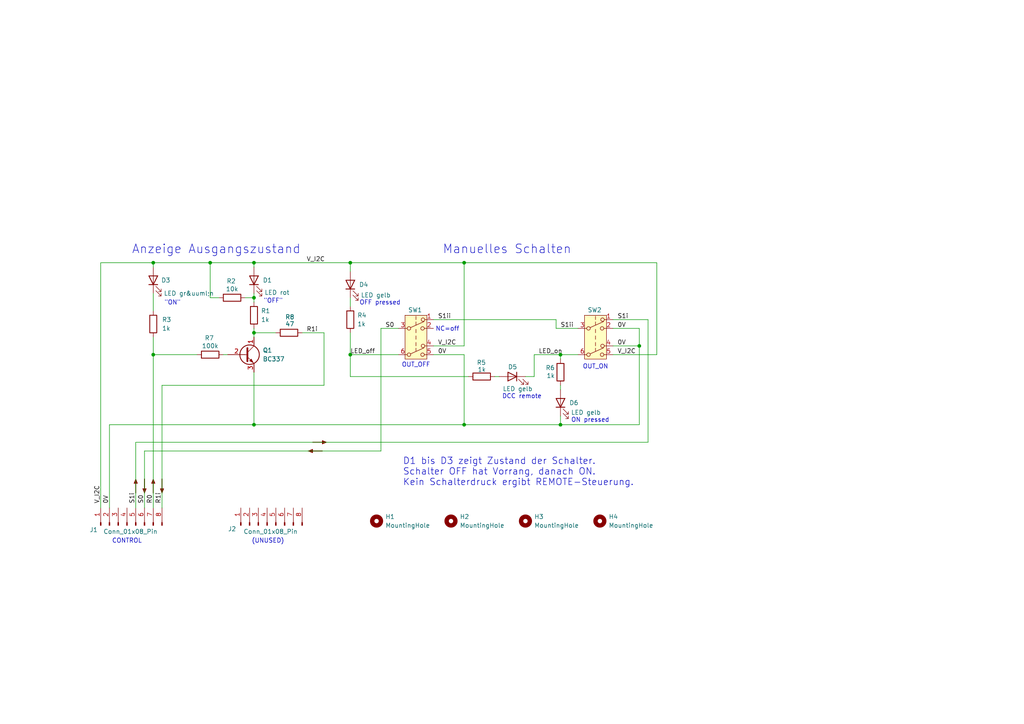
<source format=kicad_sch>
(kicad_sch (version 20231120) (generator "eeschema") (generator_version "8.0")
  (paper "A4")
  (title_block (date "2024-11-24"))
  (lib_symbols
    (symbol "Connector:Conn_01x08_Pin" (pin_names (offset 1.016) hide)
      (property "Reference" "J" (at 0 10.16 0))
      (property "Value" "Conn_01x08_Pin" (at 0 -12.7 0))
      (symbol "Conn_01x08_Pin_1_1"
        (polyline (pts (xy 1.27 -10.16) (xy 0.8636 -10.16)) (stroke (width 0.1524)))
        (polyline (pts (xy 1.27 -7.62) (xy 0.8636 -7.62)) (stroke (width 0.1524)))
        (polyline (pts (xy 1.27 -5.08) (xy 0.8636 -5.08)) (stroke (width 0.1524)))
        (polyline (pts (xy 1.27 -2.54) (xy 0.8636 -2.54)) (stroke (width 0.1524)))
        (polyline (pts (xy 1.27 0) (xy 0.8636 0)) (stroke (width 0.1524)))
        (polyline (pts (xy 1.27 2.54) (xy 0.8636 2.54)) (stroke (width 0.1524)))
        (polyline (pts (xy 1.27 5.08) (xy 0.8636 5.08)) (stroke (width 0.1524)))
        (polyline (pts (xy 1.27 7.62) (xy 0.8636 7.62)) (stroke (width 0.1524)))
        (rectangle (start 0.8636 -10.033) (end 0 -10.287) (stroke (width 0.1524)) (fill (type outline)))
        (rectangle (start 0.8636 -7.493) (end 0 -7.747) (stroke (width 0.1524)) (fill (type outline)))
        (rectangle (start 0.8636 -4.953) (end 0 -5.207) (stroke (width 0.1524)) (fill (type outline)))
        (rectangle (start 0.8636 -2.413) (end 0 -2.667) (stroke (width 0.1524)) (fill (type outline)))
        (rectangle (start 0.8636 0.127) (end 0 -0.127) (stroke (width 0.1524)) (fill (type outline)))
        (rectangle (start 0.8636 2.667) (end 0 2.413) (stroke (width 0.1524)) (fill (type outline)))
        (rectangle (start 0.8636 5.207) (end 0 4.953) (stroke (width 0.1524)) (fill (type outline)))
        (rectangle (start 0.8636 7.747) (end 0 7.493) (stroke (width 0.1524)) (fill (type outline)))
        (pin passive line (at 5.08 7.62 180) (length 3.81) (name "Pin_1") (number "1"))
        (pin passive line (at 5.08 5.08 180) (length 3.81) (name "Pin_2") (number "2"))
        (pin passive line (at 5.08 2.54 180) (length 3.81) (name "Pin_3") (number "3"))
        (pin passive line (at 5.08 0 180) (length 3.81) (name "Pin_4") (number "4"))
        (pin passive line (at 5.08 -2.54 180) (length 3.81) (name "Pin_5") (number "5"))
        (pin passive line (at 5.08 -5.08 180) (length 3.81) (name "Pin_6") (number "6"))
        (pin passive line (at 5.08 -7.62 180) (length 3.81) (name "Pin_7") (number "7"))
        (pin passive line (at 5.08 -10.16 180) (length 3.81) (name "Pin_8") (number "8"))
      )
    )
    (symbol "Device:LED" (pin_numbers hide) (pin_names (offset 1.016) hide)
      (property "Reference" "D" (at 0 2.54 0))
      (property "Value" "LED" (at 0 -2.54 0))
      (symbol "LED_0_1"
        (polyline (pts (xy -1.27 -1.27) (xy -1.27 1.27)) (stroke (width 0.254)))
        (polyline (pts (xy -1.27 0) (xy 1.27 0)))
        (polyline (pts (xy 1.27 -1.27) (xy 1.27 1.27) (xy -1.27 0) (xy 1.27 -1.27)) (stroke (width 0.254)))
        (polyline (pts (xy -3.048 -0.762) (xy -4.572 -2.286) (xy -3.81 -2.286) (xy -4.572 -2.286) (xy -4.572 -1.524)))
        (polyline (pts (xy -1.778 -0.762) (xy -3.302 -2.286) (xy -2.54 -2.286) (xy -3.302 -2.286) (xy -3.302 -1.524)))
      )
      (symbol "LED_1_1"
        (pin passive line (at -3.81 0 0) (length 2.54) (name "K") (number "1"))
        (pin passive line (at 3.81 0 180) (length 2.54) (name "A") (number "2"))
      )
    )
    (symbol "Device:R" (pin_numbers hide) (pin_names (offset 0))
      (property "Reference" "R" (at 2.032 0 90))
      (property "Value" "R" (at 0 0 90))
      (symbol "R_0_1"
        (rectangle (start -1.016 -2.54) (end 1.016 2.54) (stroke (width 0.254)))
      )
      (symbol "R_1_1"
        (pin passive line (at 0 3.81 270) (length 1.27) (name "~") (number "1"))
        (pin passive line (at 0 -3.81 90) (length 1.27) (name "~") (number "2"))
      )
    )
    (symbol "Graphic:SYM_Arrow_Small" (in_bom no) (on_board no)
      (symbol "SYM_Arrow_Small_0_1"
        (polyline (pts (xy 1.524 0) (xy -2.032 0)) (stroke (width 0.254)))
        (polyline (pts (xy 2.032 0) (xy 0.762 -0.508) (xy 0.762 0.508) (xy 2.032 0)) (fill (type outline)))
      )
    )
    (symbol "Transistor_BJT:BC337" (pin_names (offset 0) hide)
      (property "Reference" "Q" (at 5.08 1.905 0))
      (property "Value" "BC337" (at 5.08 0 0))
      (symbol "BC337_0_1"
        (polyline (pts (xy 0 0) (xy 0.635 0)))
        (polyline (pts (xy 0.635 0.635) (xy 2.54 2.54)))
        (polyline (pts (xy 0.635 -0.635) (xy 2.54 -2.54) (xy 2.54 -2.54)))
        (polyline (pts (xy 0.635 1.905) (xy 0.635 -1.905) (xy 0.635 -1.905)) (stroke (width 0.508)))
        (polyline (pts (xy 1.27 -1.778) (xy 1.778 -1.27) (xy 2.286 -2.286) (xy 1.27 -1.778) (xy 1.27 -1.778)) (fill (type outline)))
        (circle (center 1.27 0) (radius 2.8194) (stroke (width 0.254)))
      )
      (symbol "BC337_1_1"
        (pin passive line (at 2.54 5.08 270) (length 2.54) (name "C") (number "1"))
        (pin input line (at -5.08 0 0) (length 5.08) (name "B") (number "2"))
        (pin passive line (at 2.54 -5.08 90) (length 2.54) (name "E") (number "3"))
      )
    )
    (symbol "_kh_library:MountingHole" (pin_names (offset 1.016)) (exclude_from_sim yes) (in_bom no)
      (property "Reference" "H" (at 0 5.08 0))
      (property "Value" "MountingHole" (at 0 3.175 0))
      (symbol "MountingHole_0_1"
        (circle (center 0 0) (radius 1.27) (stroke (width 1.27)))
      )
    )
    (symbol "_kh_library:SW_Push_DPDT_8x8" (pin_names (offset 0) hide)
      (property "Reference" "SW" (at 0 10.16 0))
      (property "Value" "SW_Push_DPDT_8x8" (at -0.254 -5.08 0))
      (symbol "SW_Push_DPDT_8x8_0_0"
        (circle (center -2.032 -2.54) (radius 0.508))
        (circle (center -2.032 5.08) (radius 0.508))
        (circle (center 1.905 -2.54) (radius 0.508))
        (circle (center 1.905 5.08) (radius 0.508))
      )
      (symbol "SW_Push_DPDT_8x8_0_1"
        (polyline (pts (xy -1.524 -2.286) (xy 2.3368 -0.5588)))
        (polyline (pts (xy -1.524 5.334) (xy 2.3368 7.0612)))
        (polyline (pts (xy 0 -0.635) (xy 0 -1.524)))
        (polyline (pts (xy 0 0) (xy 0 1.016)))
        (polyline (pts (xy 0 1.905) (xy 0 2.921)))
        (polyline (pts (xy 0 6.985) (xy 0 6.096)))
        (circle (center 2.032 0) (radius 0.508))
        (circle (center 2.032 7.62) (radius 0.508))
      )
      (symbol "SW_Push_DPDT_8x8_1_1"
        (rectangle (start -3.175 8.89) (end 3.175 -3.81) (fill (type background)))
        (polyline (pts (xy 0 3.81) (xy 0 4.826)))
        (polyline (pts (xy 0 7.62) (xy 0 8.636)))
        (pin passive line (at 5.08 7.62 180) (length 2.54) (name "A") (number "1"))
        (pin passive line (at 5.08 5.08 180) (length 2.54) (name "B") (number "2"))
        (pin passive line (at -5.08 5.08 0) (length 2.54) (name "C") (number "3"))
        (pin passive line (at 5.08 0 180) (length 2.54) (name "A") (number "4"))
        (pin passive line (at 5.08 -2.54 180) (length 2.54) (name "B") (number "5"))
        (pin passive line (at -5.08 -2.54 0) (length 2.54) (name "C") (number "6"))
      )
    )
  )
  (junction (at 44.45 102.87))
  (junction (at 73.66 86.36))
  (junction (at 44.45 76.2))
  (junction (at 162.56 102.87))
  (junction (at 134.62 123.19))
  (junction (at 134.62 76.2))
  (junction (at 73.66 96.52))
  (junction (at 101.6 102.87))
  (junction (at 185.42 100.33))
  (junction (at 101.6 76.2))
  (junction (at 162.56 123.19))
  (junction (at 60.96 76.2))
  (junction (at 73.66 123.19))
  (junction (at 73.66 76.2))
  (wire (pts (xy 73.66 123.19) (xy 134.62 123.19)))
  (wire (pts (xy 125.73 102.87) (xy 134.62 102.87)))
  (wire (pts (xy 60.96 86.36) (xy 63.5 86.36)))
  (wire (pts (xy 162.56 120.65) (xy 162.56 123.19)))
  (wire (pts (xy 101.6 86.36) (xy 101.6 88.9)))
  (wire (pts (xy 190.5 102.87) (xy 190.5 76.2)))
  (wire (pts (xy 134.62 100.33) (xy 125.73 100.33)))
  (wire (pts (xy 110.49 130.81) (xy 41.91 130.81)))
  (wire (pts (xy 185.42 95.25) (xy 185.42 100.33)))
  (wire (pts (xy 152.4 109.22) (xy 154.94 109.22)))
  (wire (pts (xy 31.75 123.19) (xy 73.66 123.19)))
  (wire (pts (xy 154.94 109.22) (xy 154.94 102.87)))
  (wire (pts (xy 125.73 92.71) (xy 161.29 92.71)))
  (wire (pts (xy 190.5 76.2) (xy 134.62 76.2)))
  (wire (pts (xy 46.99 111.76) (xy 93.98 111.76)))
  (wire (pts (xy 60.96 76.2) (xy 73.66 76.2)))
  (wire (pts (xy 29.21 76.2) (xy 29.21 147.32)))
  (wire (pts (xy 161.29 95.25) (xy 167.64 95.25)))
  (wire (pts (xy 101.6 102.87) (xy 101.6 109.22)))
  (wire (pts (xy 143.51 109.22) (xy 144.78 109.22)))
  (wire (pts (xy 31.75 147.32) (xy 31.75 123.19)))
  (wire (pts (xy 73.66 96.52) (xy 80.01 96.52)))
  (wire (pts (xy 71.12 86.36) (xy 73.66 86.36)))
  (wire (pts (xy 41.91 130.81) (xy 41.91 147.32)))
  (wire (pts (xy 154.94 102.87) (xy 162.56 102.87)))
  (wire (pts (xy 73.66 76.2) (xy 101.6 76.2)))
  (wire (pts (xy 73.66 107.95) (xy 73.66 123.19)))
  (wire (pts (xy 110.49 130.81) (xy 110.49 95.25)))
  (wire (pts (xy 73.66 96.52) (xy 73.66 97.79)))
  (wire (pts (xy 110.49 95.25) (xy 115.57 95.25)))
  (wire (pts (xy 101.6 96.52) (xy 101.6 102.87)))
  (wire (pts (xy 101.6 76.2) (xy 101.6 78.74)))
  (wire (pts (xy 46.99 147.32) (xy 46.99 111.76)))
  (wire (pts (xy 162.56 111.76) (xy 162.56 113.03)))
  (wire (pts (xy 177.8 100.33) (xy 185.42 100.33)))
  (wire (pts (xy 44.45 85.09) (xy 44.45 90.17)))
  (wire (pts (xy 101.6 102.87) (xy 115.57 102.87)))
  (wire (pts (xy 134.62 76.2) (xy 134.62 100.33)))
  (wire (pts (xy 185.42 100.33) (xy 185.42 123.19)))
  (wire (pts (xy 185.42 123.19) (xy 162.56 123.19)))
  (wire (pts (xy 39.37 128.27) (xy 39.37 147.32)))
  (wire (pts (xy 187.96 92.71) (xy 187.96 128.27)))
  (wire (pts (xy 134.62 102.87) (xy 134.62 123.19)))
  (wire (pts (xy 101.6 76.2) (xy 134.62 76.2)))
  (wire (pts (xy 93.98 111.76) (xy 93.98 96.52)))
  (wire (pts (xy 177.8 95.25) (xy 185.42 95.25)))
  (wire (pts (xy 73.66 85.09) (xy 73.66 86.36)))
  (wire (pts (xy 64.77 102.87) (xy 66.04 102.87)))
  (wire (pts (xy 73.66 76.2) (xy 73.66 77.47)))
  (wire (pts (xy 177.8 102.87) (xy 190.5 102.87)))
  (wire (pts (xy 87.63 96.52) (xy 93.98 96.52)))
  (wire (pts (xy 44.45 76.2) (xy 44.45 77.47)))
  (wire (pts (xy 44.45 102.87) (xy 44.45 147.32)))
  (wire (pts (xy 167.64 102.87) (xy 162.56 102.87)))
  (wire (pts (xy 44.45 102.87) (xy 57.15 102.87)))
  (wire (pts (xy 44.45 76.2) (xy 29.21 76.2)))
  (wire (pts (xy 44.45 97.79) (xy 44.45 102.87)))
  (wire (pts (xy 73.66 95.25) (xy 73.66 96.52)))
  (wire (pts (xy 161.29 92.71) (xy 161.29 95.25)))
  (wire (pts (xy 177.8 92.71) (xy 187.96 92.71)))
  (wire (pts (xy 162.56 123.19) (xy 134.62 123.19)))
  (wire (pts (xy 73.66 86.36) (xy 73.66 87.63)))
  (wire (pts (xy 44.45 76.2) (xy 60.96 76.2)))
  (wire (pts (xy 39.37 128.27) (xy 187.96 128.27)))
  (wire (pts (xy 60.96 86.36) (xy 60.96 76.2)))
  (wire (pts (xy 162.56 104.14) (xy 162.56 102.87)))
  (wire (pts (xy 101.6 109.22) (xy 135.89 109.22)))
  (text "ON pressed" (at 171.196 121.92 0) (effects (font (size 1.27 1.27))))
  (text "(UNUSED)" (at 77.724 156.972 0) (effects (font (size 1.27 1.27))))
  (text "OUT_OFF" (at 120.65 105.918 0) (effects (font (size 1.27 1.27))))
  (text "D1 bis D3 zeigt Zustand der Schalter.\nSchalter OFF hat Vorrang, danach ON.\nKein Schalterdruck ergibt REMOTE-Steuerung." (at 116.84 136.906 0) (effects (font (size 1.905 1.905)) (justify left)))
  (text "Manuelles Schalten" (at 147.066 72.39 0) (effects (font (size 2.54 2.54))))
  (text "\"OFF\"" (at 79.248 87.376 0) (effects (font (size 1.27 1.27))))
  (text "CONTROL" (at 36.83 156.972 0) (effects (font (size 1.27 1.27))))
  (text "OUT_ON" (at 172.72 106.426 0) (effects (font (size 1.27 1.27))))
  (text "OFF pressed" (at 110.236 87.884 0) (effects (font (size 1.27 1.27))))
  (text "Anzeige Ausgangszustand" (at 62.738 72.39 0) (effects (font (size 2.54 2.54))))
  (text "\"ON\"" (at 50.038 87.884 0) (effects (font (size 1.27 1.27))))
  (text "DCC remote" (at 151.384 115.062 0) (effects (font (size 1.27 1.27))))
  (text "NC=off" (at 129.794 95.504 0) (effects (font (size 1.27 1.27))))
  (label "S1ii" (at 127 92.71 0))
  (label "S1ii" (at 162.56 95.25 0))
  (label "R0" (at 44.45 146.05 90))
  (label "S1i" (at 39.37 146.05 90))
  (label "R1i" (at 88.9 96.52 0))
  (label "0V" (at 127 102.87 0))
  (label "V_I2C" (at 29.21 146.05 90))
  (label "S1i" (at 179.07 92.71 0))
  (label "V_I2C" (at 127 100.33 0))
  (label "V_I2C" (at 88.9 76.2 0))
  (label "S0" (at 41.91 146.05 90))
  (label "V_I2C" (at 179.07 102.87 0))
  (label "LED_on" (at 156.21 102.87 0))
  (label "S0" (at 111.76 95.25 0))
  (label "LED_off" (at 101.6 102.87 0))
  (label "R1i" (at 46.99 146.05 90))
  (label "0V" (at 179.07 95.25 0))
  (label "0V" (at 31.75 146.05 90))
  (label "0V" (at 179.07 100.33 0))
  (symbol (lib_id "Device:R") (at 83.82 96.52 90) (unit 1)
    (property "Reference" "R8" (at 84.074 91.948 90))
    (property "Value" "47" (at 84.074 93.98 90))
    (property "Footprint" "_kh_library:R_Axial_DIN0204_L3.6mm_D1.6mm_P10,16mm_Horizontal" (effects (hide yes)))
  )
  (symbol (lib_id "Device:LED") (at 162.56 116.84 90) (unit 1)
    (property "Reference" "D6" (at 165.1 116.84 90) (effects (justify right)))
    (property "Value" "LED gelb" (at 165.608 119.634 90) (effects (justify right)))
    (property "Footprint" "LED_THT:LED_D3.0mm" (effects (hide yes)))
  )
  (symbol (lib_id "Device:LED") (at 73.66 81.28 90) (unit 1)
    (property "Reference" "D1" (at 76.2 81.28 90) (effects (justify right)))
    (property "Value" "LED rot" (at 76.708 84.836 90) (effects (justify right)))
    (property "Footprint" "LED_THT:LED_D3.0mm" (effects (hide yes)))
  )
  (symbol (lib_id "Graphic:SYM_Arrow_Small") (at 39.37 140.97 90) (unit 1) (exclude_from_sim yes) (in_bom no) (on_board no)
    (property "Reference" "#SYM7" (effects (hide yes)))
    (property "Value" "SYM_Arrow_Small" (effects (hide yes)))
    (property "Description" "Filled arrow, 160mil" (effects (hide yes)))
  )
  (symbol (lib_id "_kh_library:MountingHole") (at 109.22 151.13 0) (unit 1) (exclude_from_sim yes) (in_bom no)
    (property "Reference" "H1" (at 111.76 149.8599 0) (effects (justify left)))
    (property "Value" "MountingHole" (at 111.76 152.3999 0) (effects (justify left)))
    (property "Footprint" "_kh_library:MountingHole_2.2mm_M2_Pad_TopBottom_kh" (effects (hide yes)))
    (property "Description" "Mounting Hole without connection" (effects (hide yes)))
  )
  (symbol (lib_id "Device:R") (at 44.45 93.98 0) (unit 1)
    (property "Reference" "R3" (at 46.99 92.7099 0) (effects (justify left)))
    (property "Value" "1k" (at 46.99 95.2499 0) (effects (justify left)))
    (property "Footprint" "Resistor_THT:R_Axial_DIN0204_L3.6mm_D1.6mm_P2.54mm_Vertical" (effects (hide yes)))
  )
  (symbol (lib_id "_kh_library:SW_Push_DPDT_8x8") (at 172.72 100.33 0) (unit 1)
    (property "Reference" "SW2" (at 172.466 89.916 0))
    (property "Value" "SW_Push_DPDT_8x8" (effects (hide yes)))
    (property "Footprint" "_kh_library:SW_Push_DPDT_8x8" (effects (hide yes)))
    (property "Description" "Taster_2xUM" (effects (hide yes)))
  )
  (symbol (lib_id "Device:LED") (at 44.45 81.28 90) (unit 1)
    (property "Reference" "D3" (at 46.736 81.28 90) (effects (justify right)))
    (property "Value" "LED gr&uuml;n" (at 47.498 85.09 90) (effects (justify right)))
    (property "Footprint" "LED_THT:LED_D3.0mm" (effects (hide yes)))
  )
  (symbol (lib_id "Device:R") (at 60.96 102.87 90) (unit 1)
    (property "Reference" "R7" (at 60.706 98.044 90))
    (property "Value" "100k" (at 60.96 100.33 90))
    (property "Footprint" "_kh_library:R_Axial_DIN0204_L3.6mm_D1.6mm_P3.81mm_Vertical_kh" (effects (hide yes)))
  )
  (symbol (lib_id "Device:R") (at 162.56 107.95 0) (unit 1)
    (property "Reference" "R6" (at 158.242 106.68 0) (effects (justify left)))
    (property "Value" "1k" (at 158.496 108.966 0) (effects (justify left)))
    (property "Footprint" "Resistor_THT:R_Axial_DIN0204_L3.6mm_D1.6mm_P2.54mm_Vertical" (effects (hide yes)))
  )
  (symbol (lib_id "Device:R") (at 73.66 91.44 0) (unit 1)
    (property "Reference" "R1" (at 75.692 90.17 0) (effects (justify left)))
    (property "Value" "1k" (at 75.692 92.71 0) (effects (justify left)))
    (property "Footprint" "Resistor_THT:R_Axial_DIN0204_L3.6mm_D1.6mm_P2.54mm_Vertical" (effects (hide yes)))
  )
  (symbol (lib_id "Graphic:SYM_Arrow_Small") (at 46.99 140.97 270) (unit 1) (exclude_from_sim yes) (in_bom no) (on_board no)
    (property "Reference" "#SYM3" (effects (hide yes)))
    (property "Value" "SYM_Arrow_Small" (effects (hide yes)))
    (property "Description" "Filled arrow, 160mil" (effects (hide yes)))
  )
  (symbol (lib_id "Transistor_BJT:BC337") (at 71.12 102.87 0) (unit 1)
    (property "Reference" "Q1" (at 76.2 101.5999 0) (effects (justify left)))
    (property "Value" "BC337" (at 76.2 104.1399 0) (effects (justify left)))
    (property "Footprint" "_kh_library:TO-92_Inline_Wide_custom" (effects (hide yes)))
    (property "Datasheet" "https://diotec.com/tl_files/diotec/files/pdf/datasheets/bc337.pdf" (effects (hide yes)))
  )
  (symbol (lib_id "_kh_library:MountingHole") (at 152.4 151.13 0) (unit 1) (exclude_from_sim yes) (in_bom no)
    (property "Reference" "H3" (at 154.94 149.8599 0) (effects (justify left)))
    (property "Value" "MountingHole" (at 154.94 152.3999 0) (effects (justify left)))
    (property "Footprint" "_kh_library:MountingHole_2.2mm_M2_Pad_TopBottom_kh" (effects (hide yes)))
    (property "Description" "Mounting Hole without connection" (effects (hide yes)))
  )
  (symbol (lib_id "_kh_library:MountingHole") (at 130.81 151.13 0) (unit 1) (exclude_from_sim yes) (in_bom no)
    (property "Reference" "H2" (at 133.35 149.8599 0) (effects (justify left)))
    (property "Value" "MountingHole" (at 133.35 152.3999 0) (effects (justify left)))
    (property "Footprint" "_kh_library:MountingHole_2.2mm_M2_Pad_TopBottom_kh" (effects (hide yes)))
    (property "Description" "Mounting Hole without connection" (effects (hide yes)))
  )
  (symbol (lib_id "_kh_library:MountingHole") (at 173.99 151.13 0) (unit 1) (exclude_from_sim yes) (in_bom no)
    (property "Reference" "H4" (at 176.53 149.8599 0) (effects (justify left)))
    (property "Value" "MountingHole" (at 176.53 152.3999 0) (effects (justify left)))
    (property "Footprint" "_kh_library:MountingHole_2.2mm_M2_Pad_TopBottom_kh" (effects (hide yes)))
    (property "Description" "Mounting Hole without connection" (effects (hide yes)))
  )
  (symbol (lib_id "Device:R") (at 101.6 92.71 0) (unit 1)
    (property "Reference" "R4" (at 103.632 91.44 0) (effects (justify left)))
    (property "Value" "1k" (at 103.632 93.98 0) (effects (justify left)))
    (property "Footprint" "Resistor_THT:R_Axial_DIN0204_L3.6mm_D1.6mm_P2.54mm_Vertical" (effects (hide yes)))
  )
  (symbol (lib_id "Connector:Conn_01x08_Pin") (at 77.47 152.4 90) (unit 1)
    (property "Reference" "J2" (at 67.31 153.416 90))
    (property "Value" "Conn_01x08_Pin" (at 78.486 154.178 90))
    (property "Footprint" "_kh_library:PinSocket_1x08_P2.54mm_Vertical_11mm_kh" (effects (hide yes)))
    (property "Description" "Generic connector, single row, 01x08, script generated" (effects (hide yes)))
  )
  (symbol (lib_id "Graphic:SYM_Arrow_Small") (at 91.44 130.81 180) (unit 1) (exclude_from_sim yes) (in_bom no) (on_board no)
    (property "Reference" "#SYM9" (effects (hide yes)))
    (property "Value" "SYM_Arrow_Small" (effects (hide yes)))
    (property "Description" "Filled arrow, 160mil" (effects (hide yes)))
  )
  (symbol (lib_id "Device:LED") (at 101.6 82.55 90) (unit 1)
    (property "Reference" "D4" (at 104.14 82.55 90) (effects (justify right)))
    (property "Value" "LED gelb" (at 104.648 85.598 90) (effects (justify right)))
    (property "Footprint" "LED_THT:LED_D3.0mm" (effects (hide yes)))
  )
  (symbol (lib_id "Graphic:SYM_Arrow_Small") (at 92.71 128.27 0) (unit 1) (exclude_from_sim yes) (in_bom no) (on_board no)
    (property "Reference" "#SYM8" (effects (hide yes)))
    (property "Value" "SYM_Arrow_Small" (effects (hide yes)))
    (property "Description" "Filled arrow, 160mil" (effects (hide yes)))
  )
  (symbol (lib_id "Device:LED") (at 148.59 109.22 0) (mirror y) (unit 1)
    (property "Reference" "D5" (at 147.32 106.426 0) (effects (justify right)))
    (property "Value" "LED gelb" (at 145.796 112.776 0) (effects (justify right)))
    (property "Footprint" "LED_THT:LED_D3.0mm" (effects (hide yes)))
  )
  (symbol (lib_id "Device:R") (at 139.7 109.22 90) (unit 1)
    (property "Reference" "R5" (at 140.97 105.156 90) (effects (justify left)))
    (property "Value" "1k" (at 140.97 107.188 90) (effects (justify left)))
    (property "Footprint" "Resistor_THT:R_Axial_DIN0204_L3.6mm_D1.6mm_P2.54mm_Vertical" (effects (hide yes)))
  )
  (symbol (lib_id "Device:R") (at 67.31 86.36 90) (unit 1)
    (property "Reference" "R2" (at 67.056 81.534 90))
    (property "Value" "10k" (at 67.31 83.82 90))
    (property "Footprint" "_kh_library:R_Axial_DIN0204_L3.6mm_D1.6mm_P2.54mm_Vertical_kh" (effects (hide yes)))
  )
  (symbol (lib_id "Graphic:SYM_Arrow_Small") (at 41.91 140.97 270) (unit 1) (exclude_from_sim yes) (in_bom no) (on_board no)
    (property "Reference" "#SYM10" (effects (hide yes)))
    (property "Value" "SYM_Arrow_Small" (effects (hide yes)))
    (property "Description" "Filled arrow, 160mil" (effects (hide yes)))
  )
  (symbol (lib_id "Graphic:SYM_Arrow_Small") (at 44.45 140.97 90) (unit 1) (exclude_from_sim yes) (in_bom no) (on_board no)
    (property "Reference" "#SYM4" (effects (hide yes)))
    (property "Value" "SYM_Arrow_Small" (effects (hide yes)))
    (property "Description" "Filled arrow, 160mil" (effects (hide yes)))
  )
  (symbol (lib_id "_kh_library:SW_Push_DPDT_8x8") (at 120.65 100.33 0) (unit 1)
    (property "Reference" "SW1" (at 120.396 89.916 0))
    (property "Value" "SW_Push_DPDT_8x8" (effects (hide yes)))
    (property "Footprint" "_kh_library:SW_Push_DPDT_8x8" (effects (hide yes)))
    (property "Description" "Taster_2xUM" (effects (hide yes)))
  )
  (symbol (lib_id "Connector:Conn_01x08_Pin") (at 36.83 152.4 90) (unit 1)
    (property "Reference" "J1" (at 27.178 153.67 90))
    (property "Value" "Conn_01x08_Pin" (at 37.846 154.178 90))
    (property "Footprint" "_kh_library:PinSocket_1x08_P2.54mm_Vertical_11mm_kh" (effects (hide yes)))
    (property "Description" "Generic connector, single row, 01x08, script generated" (effects (hide yes)))
  )
)
</source>
